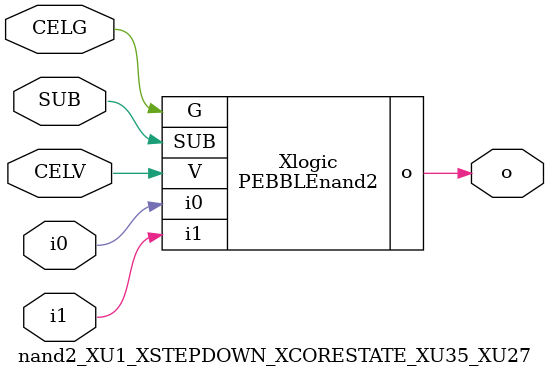
<source format=v>



module PEBBLEnand2 ( o, G, SUB, V, i0, i1 );

  input i0;
  input V;
  input i1;
  input G;
  output o;
  input SUB;
endmodule

//Celera Confidential Do Not Copy nand2_XU1_XSTEPDOWN_XCORESTATE_XU35_XU27
//Celera Confidential Symbol Generator
//5V NAND2
module nand2_XU1_XSTEPDOWN_XCORESTATE_XU35_XU27 (CELV,CELG,i0,i1,o,SUB);
input CELV;
input CELG;
input i0;
input i1;
input SUB;
output o;

//Celera Confidential Do Not Copy nand2
PEBBLEnand2 Xlogic(
.V (CELV),
.i0 (i0),
.i1 (i1),
.o (o),
.SUB (SUB),
.G (CELG)
);
//,diesize,PEBBLEnand2

//Celera Confidential Do Not Copy Module End
//Celera Schematic Generator
endmodule

</source>
